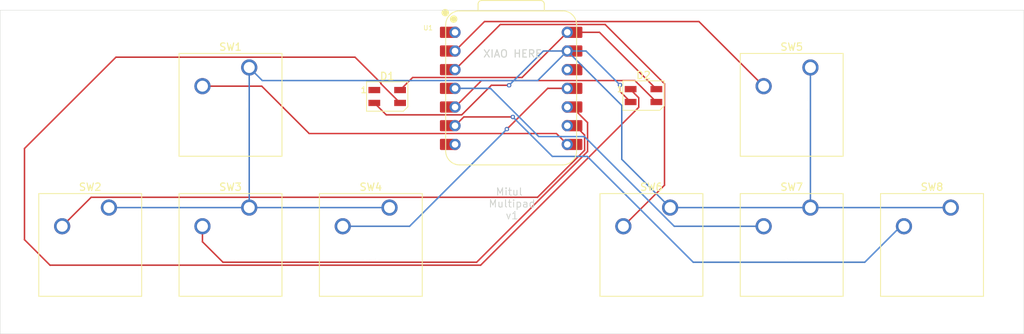
<source format=kicad_pcb>
(kicad_pcb (version 20241229) (generator "pcbnew") (generator_version "9.0")
  (layers (0 "F.Cu" signal) (2 "B.Cu" signal) (13 "F.Paste" user) (15 "B.Paste" user) (5 "F.SilkS" user "F.Silkscreen") (7 "B.SilkS" user "B.Silkscreen") (1 "F.Mask" user) (3 "B.Mask" user) (25 "Edge.Cuts" user))
  (net 0 "")
  (net 1 "GND")
  (net 2 "Net-(D1-DIN)")
  (net 3 "+5V")
  (net 5 "Net-(D2-DIN)")
  (net 6 "Net-(U1-GPIO1{slash}RX)")
  (net 7 "Net-(U1-GPIO2{slash}SCK)")
  (net 8 "Net-(U1-GPIO4{slash}MISO)")
  (net 9 "Net-(U1-GPIO3{slash}MOSI)")
  (net 10 "Net-(U1-GPIO27{slash}ADC1{slash}A1)")
  (net 11 "Net-(U1-GPIO28{slash}ADC2{slash}A2)")
  (net 12 "Net-(U1-GPIO29{slash}ADC3{slash}A3)")
  (net 13 "Net-(U1-GPIO7{slash}SCL)")
  (footprint "Button_Switch_Keyboard:SW_Cherry_MX_1.00u_PCB" (layer "F.Cu") (at 183.515 75.8825)
    (property "Reference" "SW5" (at -2.54 -2.794 0) (layer "F.SilkS"))
    (property "Value" "SW_Push")
    (fp_line (start -9.525 -1.905) (end 4.445 -1.905) (stroke (width 0.12)) (layer "F.SilkS"))
    (fp_line (start -9.525 12.065) (end -9.525 -1.905) (stroke (width 0.12)) (layer "F.SilkS"))
    (fp_line (start 4.445 -1.905) (end 4.445 12.065) (stroke (width 0.12)) (layer "F.SilkS"))
    (fp_line (start 4.445 12.065) (end -9.525 12.065) (stroke (width 0.12)) (layer "F.SilkS"))
    (pad "" np_thru_hole circle (at -7.62 5.08) (size 1.7 1.7) (drill 1.7) (layers "*.Cu" "*.Mask"))
    (pad "" np_thru_hole circle (at -2.54 5.08) (size 4 4) (drill 4) (layers "*.Cu" "*.Mask"))
    (pad "" np_thru_hole circle (at 2.54 5.08) (size 1.7 1.7) (drill 1.7) (layers "*.Cu" "*.Mask"))
    (pad "1" thru_hole circle (at 0 0) (size 2.2 2.2) (drill 1.5) (layers "*.Cu" "*.Mask") (net 1 "GND"))
    (pad "2" thru_hole circle (at -6.35 2.54) (size 2.2 2.2) (drill 1.5) (layers "*.Cu" "*.Mask") (net 10 "Net-(U1-GPIO27{slash}ADC1{slash}A1)"))
  )
  (footprint "Button_Switch_Keyboard:SW_Cherry_MX_1.00u_PCB" (layer "F.Cu") (at 107.315 75.8825)
    (property "Reference" "SW1" (at -2.54 -2.794 0) (layer "F.SilkS"))
    (property "Value" "SW_Push")
    (fp_line (start -9.525 -1.905) (end 4.445 -1.905) (stroke (width 0.12)) (layer "F.SilkS"))
    (fp_line (start -9.525 12.065) (end -9.525 -1.905) (stroke (width 0.12)) (layer "F.SilkS"))
    (fp_line (start 4.445 -1.905) (end 4.445 12.065) (stroke (width 0.12)) (layer "F.SilkS"))
    (fp_line (start 4.445 12.065) (end -9.525 12.065) (stroke (width 0.12)) (layer "F.SilkS"))
    (pad "" np_thru_hole circle (at -7.62 5.08) (size 1.7 1.7) (drill 1.7) (layers "*.Cu" "*.Mask"))
    (pad "" np_thru_hole circle (at -2.54 5.08) (size 4 4) (drill 4) (layers "*.Cu" "*.Mask"))
    (pad "" np_thru_hole circle (at 2.54 5.08) (size 1.7 1.7) (drill 1.7) (layers "*.Cu" "*.Mask"))
    (pad "1" thru_hole circle (at 0 0) (size 2.2 2.2) (drill 1.5) (layers "*.Cu" "*.Mask") (net 1 "GND"))
    (pad "2" thru_hole circle (at -6.35 2.54) (size 2.2 2.2) (drill 1.5) (layers "*.Cu" "*.Mask") (net 6 "Net-(U1-GPIO1{slash}RX)"))
  )
  (footprint "Button_Switch_Keyboard:SW_Cherry_MX_1.00u_PCB" (layer "F.Cu") (at 164.465 94.9325)
    (property "Reference" "SW6" (at -2.54 -2.794 0) (layer "F.SilkS"))
    (property "Value" "SW_Push")
    (fp_line (start -9.525 -1.905) (end 4.445 -1.905) (stroke (width 0.12)) (layer "F.SilkS"))
    (fp_line (start -9.525 12.065) (end -9.525 -1.905) (stroke (width 0.12)) (layer "F.SilkS"))
    (fp_line (start 4.445 -1.905) (end 4.445 12.065) (stroke (width 0.12)) (layer "F.SilkS"))
    (fp_line (start 4.445 12.065) (end -9.525 12.065) (stroke (width 0.12)) (layer "F.SilkS"))
    (pad "" np_thru_hole circle (at -7.62 5.08) (size 1.7 1.7) (drill 1.7) (layers "*.Cu" "*.Mask"))
    (pad "" np_thru_hole circle (at -2.54 5.08) (size 4 4) (drill 4) (layers "*.Cu" "*.Mask"))
    (pad "" np_thru_hole circle (at 2.54 5.08) (size 1.7 1.7) (drill 1.7) (layers "*.Cu" "*.Mask"))
    (pad "1" thru_hole circle (at 0 0) (size 2.2 2.2) (drill 1.5) (layers "*.Cu" "*.Mask") (net 1 "GND"))
    (pad "2" thru_hole circle (at -6.35 2.54) (size 2.2 2.2) (drill 1.5) (layers "*.Cu" "*.Mask") (net 11 "Net-(U1-GPIO28{slash}ADC2{slash}A2)"))
  )
  (footprint "Button_Switch_Keyboard:SW_Cherry_MX_1.00u_PCB" (layer "F.Cu") (at 107.315 94.9325)
    (property "Reference" "SW3" (at -2.54 -2.794 0) (layer "F.SilkS"))
    (property "Value" "SW_Push")
    (fp_line (start -9.525 -1.905) (end 4.445 -1.905) (stroke (width 0.12)) (layer "F.SilkS"))
    (fp_line (start -9.525 12.065) (end -9.525 -1.905) (stroke (width 0.12)) (layer "F.SilkS"))
    (fp_line (start 4.445 -1.905) (end 4.445 12.065) (stroke (width 0.12)) (layer "F.SilkS"))
    (fp_line (start 4.445 12.065) (end -9.525 12.065) (stroke (width 0.12)) (layer "F.SilkS"))
    (pad "" np_thru_hole circle (at -7.62 5.08) (size 1.7 1.7) (drill 1.7) (layers "*.Cu" "*.Mask"))
    (pad "" np_thru_hole circle (at -2.54 5.08) (size 4 4) (drill 4) (layers "*.Cu" "*.Mask"))
    (pad "" np_thru_hole circle (at 2.54 5.08) (size 1.7 1.7) (drill 1.7) (layers "*.Cu" "*.Mask"))
    (pad "1" thru_hole circle (at 0 0) (size 2.2 2.2) (drill 1.5) (layers "*.Cu" "*.Mask") (net 1 "GND"))
    (pad "2" thru_hole circle (at -6.35 2.54) (size 2.2 2.2) (drill 1.5) (layers "*.Cu" "*.Mask") (net 8 "Net-(U1-GPIO4{slash}MISO)"))
  )
  (footprint "Button_Switch_Keyboard:SW_Cherry_MX_1.00u_PCB" (layer "F.Cu") (at 88.265 94.9325)
    (property "Reference" "SW2" (at -2.54 -2.794 0) (layer "F.SilkS"))
    (property "Value" "SW_Push")
    (fp_line (start -9.525 -1.905) (end 4.445 -1.905) (stroke (width 0.12)) (layer "F.SilkS"))
    (fp_line (start -9.525 12.065) (end -9.525 -1.905) (stroke (width 0.12)) (layer "F.SilkS"))
    (fp_line (start 4.445 -1.905) (end 4.445 12.065) (stroke (width 0.12)) (layer "F.SilkS"))
    (fp_line (start 4.445 12.065) (end -9.525 12.065) (stroke (width 0.12)) (layer "F.SilkS"))
    (pad "" np_thru_hole circle (at -7.62 5.08) (size 1.7 1.7) (drill 1.7) (layers "*.Cu" "*.Mask"))
    (pad "" np_thru_hole circle (at -2.54 5.08) (size 4 4) (drill 4) (layers "*.Cu" "*.Mask"))
    (pad "" np_thru_hole circle (at 2.54 5.08) (size 1.7 1.7) (drill 1.7) (layers "*.Cu" "*.Mask"))
    (pad "1" thru_hole circle (at 0 0) (size 2.2 2.2) (drill 1.5) (layers "*.Cu" "*.Mask") (net 1 "GND"))
    (pad "2" thru_hole circle (at -6.35 2.54) (size 2.2 2.2) (drill 1.5) (layers "*.Cu" "*.Mask") (net 7 "Net-(U1-GPIO2{slash}SCK)"))
  )
  (footprint "Button_Switch_Keyboard:SW_Cherry_MX_1.00u_PCB" (layer "F.Cu") (at 202.565 94.9325)
    (property "Reference" "SW8" (at -2.54 -2.794 0) (layer "F.SilkS"))
    (property "Value" "SW_Push")
    (fp_line (start -9.525 -1.905) (end 4.445 -1.905) (stroke (width 0.12)) (layer "F.SilkS"))
    (fp_line (start -9.525 12.065) (end -9.525 -1.905) (stroke (width 0.12)) (layer "F.SilkS"))
    (fp_line (start 4.445 -1.905) (end 4.445 12.065) (stroke (width 0.12)) (layer "F.SilkS"))
    (fp_line (start 4.445 12.065) (end -9.525 12.065) (stroke (width 0.12)) (layer "F.SilkS"))
    (pad "" np_thru_hole circle (at -7.62 5.08) (size 1.7 1.7) (drill 1.7) (layers "*.Cu" "*.Mask"))
    (pad "" np_thru_hole circle (at -2.54 5.08) (size 4 4) (drill 4) (layers "*.Cu" "*.Mask"))
    (pad "" np_thru_hole circle (at 2.54 5.08) (size 1.7 1.7) (drill 1.7) (layers "*.Cu" "*.Mask"))
    (pad "1" thru_hole circle (at 0 0) (size 2.2 2.2) (drill 1.5) (layers "*.Cu" "*.Mask") (net 1 "GND"))
    (pad "2" thru_hole circle (at -6.35 2.54) (size 2.2 2.2) (drill 1.5) (layers "*.Cu" "*.Mask") (net 13 "Net-(U1-GPIO7{slash}SCL)"))
  )
  (footprint "Button_Switch_Keyboard:SW_Cherry_MX_1.00u_PCB" (layer "F.Cu") (at 126.365 94.9325)
    (property "Reference" "SW4" (at -2.54 -2.794 0) (layer "F.SilkS"))
    (property "Value" "SW_Push")
    (fp_line (start -9.525 -1.905) (end 4.445 -1.905) (stroke (width 0.12)) (layer "F.SilkS"))
    (fp_line (start -9.525 12.065) (end -9.525 -1.905) (stroke (width 0.12)) (layer "F.SilkS"))
    (fp_line (start 4.445 -1.905) (end 4.445 12.065) (stroke (width 0.12)) (layer "F.SilkS"))
    (fp_line (start 4.445 12.065) (end -9.525 12.065) (stroke (width 0.12)) (layer "F.SilkS"))
    (pad "" np_thru_hole circle (at -7.62 5.08) (size 1.7 1.7) (drill 1.7) (layers "*.Cu" "*.Mask"))
    (pad "" np_thru_hole circle (at -2.54 5.08) (size 4 4) (drill 4) (layers "*.Cu" "*.Mask"))
    (pad "" np_thru_hole circle (at 2.54 5.08) (size 1.7 1.7) (drill 1.7) (layers "*.Cu" "*.Mask"))
    (pad "1" thru_hole circle (at 0 0) (size 2.2 2.2) (drill 1.5) (layers "*.Cu" "*.Mask") (net 1 "GND"))
    (pad "2" thru_hole circle (at -6.35 2.54) (size 2.2 2.2) (drill 1.5) (layers "*.Cu" "*.Mask") (net 9 "Net-(U1-GPIO3{slash}MOSI)"))
  )
  (footprint "Button_Switch_Keyboard:SW_Cherry_MX_1.00u_PCB" (layer "F.Cu") (at 183.515 94.9325)
    (property "Reference" "SW7" (at -2.54 -2.794 0) (layer "F.SilkS"))
    (property "Value" "SW_Push")
    (fp_line (start -9.525 -1.905) (end 4.445 -1.905) (stroke (width 0.12)) (layer "F.SilkS"))
    (fp_line (start -9.525 12.065) (end -9.525 -1.905) (stroke (width 0.12)) (layer "F.SilkS"))
    (fp_line (start 4.445 -1.905) (end 4.445 12.065) (stroke (width 0.12)) (layer "F.SilkS"))
    (fp_line (start 4.445 12.065) (end -9.525 12.065) (stroke (width 0.12)) (layer "F.SilkS"))
    (pad "" np_thru_hole circle (at -7.62 5.08) (size 1.7 1.7) (drill 1.7) (layers "*.Cu" "*.Mask"))
    (pad "" np_thru_hole circle (at -2.54 5.08) (size 4 4) (drill 4) (layers "*.Cu" "*.Mask"))
    (pad "" np_thru_hole circle (at 2.54 5.08) (size 1.7 1.7) (drill 1.7) (layers "*.Cu" "*.Mask"))
    (pad "1" thru_hole circle (at 0 0) (size 2.2 2.2) (drill 1.5) (layers "*.Cu" "*.Mask") (net 1 "GND"))
    (pad "2" thru_hole circle (at -6.35 2.54) (size 2.2 2.2) (drill 1.5) (layers "*.Cu" "*.Mask") (net 12 "Net-(U1-GPIO29{slash}ADC3{slash}A3)"))
  )
  (footprint "LED_SMD:LED_SK6812MINI_PLCC4_3.5x3.5mm_P1.75mm" (layer "F.Cu") (at 160.85 79.7)
    (property "Reference" "D2" (at 0 -2.75 0) (layer "F.SilkS"))
    (property "Value" "SK6812MINI")
    (fp_line (start -2.8 -2) (end -2.8 2) (stroke (width 0.12)) (layer "F.SilkS"))
    (fp_line (start -2.8 -2) (end 2.8 -2) (stroke (width 0.12)) (layer "F.SilkS"))
    (fp_line (start -2.8 2) (end 2.2 2) (stroke (width 0.12)) (layer "F.SilkS"))
    (fp_line (start 2.8 1.4) (end 2.2 2) (stroke (width 0.12)) (layer "F.SilkS"))
    (fp_line (start 2.8 1.4) (end 2.8 -2) (stroke (width 0.12)) (layer "F.SilkS"))
    (fp_text user "1" (at -3.2 -0.875 0) (layer "F.SilkS") (effects (font (size 0.8 0.8))))
    (pad "1" smd rect (at -1.75 -0.875) (size 1.6 0.85) (layers "F.Cu" "F.Mask" "F.Paste") (net 2 "Net-(D1-DIN)"))
    (pad "2" smd rect (at -1.75 0.875) (size 1.6 0.85) (layers "F.Cu" "F.Mask" "F.Paste") (net 1 "GND"))
    (pad "3" smd rect (at 1.75 0.875) (size 1.6 0.85) (layers "F.Cu" "F.Mask" "F.Paste") (net 5 "Net-(D2-DIN)"))
    (pad "4" smd rect (at 1.75 -0.875) (size 1.6 0.85) (layers "F.Cu" "F.Mask" "F.Paste") (net 3 "+5V"))
  )
  (footprint "OPL:XIAO-RP2040-DIP" (layer "F.Cu") (at 142.88 78.72)
    (property "Reference" "U1" (at -11.28 -8.22 0) (layer "F.SilkS") (effects (font (size 0.635 0.635) (thickness 0.1016))))
    (property "Value" "XIAO-RP2040-DIP")
    (fp_line (start -8.89 8.509) (end -8.89 -8.636) (stroke (width 0.127)) (layer "F.SilkS"))
    (fp_line (start -6.985 10.414) (end 6.985 10.414) (stroke (width 0.127)) (layer "F.SilkS"))
    (fp_line (start -4.495 -10.541) (end -4.491272 -11.451272) (stroke (width 0.127)) (layer "F.SilkS"))
    (fp_line (start -3.991272 -11.951) (end 4.004 -11.951) (stroke (width 0.127)) (layer "F.SilkS"))
    (fp_line (start 4.504 -11.451) (end 4.504 -10.541) (stroke (width 0.127)) (layer "F.SilkS"))
    (fp_line (start 6.985 -10.541) (end -6.985 -10.541) (stroke (width 0.1)) (layer "F.SilkS"))
    (fp_line (start 6.985 -10.541) (end -6.985 -10.541) (stroke (width 0.127)) (layer "F.SilkS"))
    (fp_line (start 8.89 8.509) (end 8.89 -8.636) (stroke (width 0.127)) (layer "F.SilkS"))
    (fp_arc (start -8.89 -8.636) (mid -8.332038 -9.983038) (end -6.985 -10.541) (stroke (width 0.127)) (layer "F.SilkS"))
    (fp_arc (start -6.985 10.414) (mid -8.332038 9.856038) (end -8.89 8.509) (stroke (width 0.127)) (layer "F.SilkS"))
    (fp_arc (start -4.491272 -11.451272) (mid -4.344728 -11.80464) (end -3.991272 -11.951) (stroke (width 0.127)) (layer "F.SilkS"))
    (fp_arc (start 4.004 -11.951) (mid 4.357553 -11.804553) (end 4.504 -11.451) (stroke (width 0.127)) (layer "F.SilkS"))
    (fp_arc (start 6.985 -10.541) (mid 8.332038 -9.983038) (end 8.89 -8.636) (stroke (width 0.127)) (layer "F.SilkS"))
    (fp_arc (start 8.89 8.509) (mid 8.332038 9.856038) (end 6.985 10.414) (stroke (width 0.127)) (layer "F.SilkS"))
    (fp_circle (center -8.95 -10.3) (end -8.95 -10.554) (stroke (width 0.5)) (fill yes) (layer "F.SilkS"))
    (fp_circle (center -7.807 -9.42) (end -7.807 -9.674) (stroke (width 0.5)) (fill yes) (layer "F.SilkS"))
    (pad "1" smd roundrect (at -8.455 -7.62 180) (size 2.432 1.524) (layers "F.Cu" "F.Mask") (roundrect_rratio 0.1))
    (pad "1" thru_hole circle (at -7.62 -7.62 180) (size 1.524 1.524) (drill 0.889) (layers "*.Cu" "*.Mask"))
    (pad "2" smd roundrect (at -8.455 -5.08 180) (size 2.432 1.524) (layers "F.Cu" "F.Mask") (roundrect_rratio 0.1) (net 10 "Net-(U1-GPIO27{slash}ADC1{slash}A1)"))
    (pad "2" thru_hole circle (at -7.62 -5.08 180) (size 1.524 1.524) (drill 0.889) (layers "*.Cu" "*.Mask") (net 10 "Net-(U1-GPIO27{slash}ADC1{slash}A1)"))
    (pad "3" smd roundrect (at -8.455 -2.54 180) (size 2.432 1.524) (layers "F.Cu" "F.Mask") (roundrect_rratio 0.1) (net 11 "Net-(U1-GPIO28{slash}ADC2{slash}A2)"))
    (pad "3" thru_hole circle (at -7.62 -2.54 180) (size 1.524 1.524) (drill 0.889) (layers "*.Cu" "*.Mask") (net 11 "Net-(U1-GPIO28{slash}ADC2{slash}A2)"))
    (pad "4" smd roundrect (at -8.455 0 180) (size 2.432 1.524) (layers "F.Cu" "F.Mask") (roundrect_rratio 0.1) (net 12 "Net-(U1-GPIO29{slash}ADC3{slash}A3)"))
    (pad "4" thru_hole circle (at -7.62 0 180) (size 1.524 1.524) (drill 0.889) (layers "*.Cu" "*.Mask") (net 12 "Net-(U1-GPIO29{slash}ADC3{slash}A3)"))
    (pad "5" smd roundrect (at -8.455 2.54 180) (size 2.432 1.524) (layers "F.Cu" "F.Mask") (roundrect_rratio 0.1) (net 5 "Net-(D2-DIN)"))
    (pad "5" thru_hole circle (at -7.62 2.54 180) (size 1.524 1.524) (drill 0.889) (layers "*.Cu" "*.Mask") (net 5 "Net-(D2-DIN)"))
    (pad "6" smd roundrect (at -8.455 5.08 180) (size 2.432 1.524) (layers "F.Cu" "F.Mask") (roundrect_rratio 0.1) (net 13 "Net-(U1-GPIO7{slash}SCL)"))
    (pad "6" thru_hole circle (at -7.62 5.08 180) (size 1.524 1.524) (drill 0.889) (layers "*.Cu" "*.Mask") (net 13 "Net-(U1-GPIO7{slash}SCL)"))
    (pad "7" smd roundrect (at -8.455 7.62 180) (size 2.432 1.524) (layers "F.Cu" "F.Mask") (roundrect_rratio 0.1))
    (pad "7" thru_hole circle (at -7.62 7.62 180) (size 1.524 1.524) (drill 0.889) (layers "*.Cu" "*.Mask"))
    (pad "8" thru_hole circle (at 7.62 7.62) (size 1.524 1.524) (drill 0.889) (layers "*.Cu" "*.Mask") (net 6 "Net-(U1-GPIO1{slash}RX)"))
    (pad "8" smd roundrect (at 8.455 7.62) (size 2.432 1.524) (layers "F.Cu" "F.Mask") (roundrect_rratio 0.1) (net 6 "Net-(U1-GPIO1{slash}RX)"))
    (pad "9" thru_hole circle (at 7.62 5.08) (size 1.524 1.524) (drill 0.889) (layers "*.Cu" "*.Mask") (net 7 "Net-(U1-GPIO2{slash}SCK)"))
    (pad "9" smd roundrect (at 8.455 5.08) (size 2.432 1.524) (layers "F.Cu" "F.Mask") (roundrect_rratio 0.1) (net 7 "Net-(U1-GPIO2{slash}SCK)"))
    (pad "10" thru_hole circle (at 7.62 2.54) (size 1.524 1.524) (drill 0.889) (layers "*.Cu" "*.Mask") (net 8 "Net-(U1-GPIO4{slash}MISO)"))
    (pad "10" smd roundrect (at 8.455 2.54) (size 2.432 1.524) (layers "F.Cu" "F.Mask") (roundrect_rratio 0.1) (net 8 "Net-(U1-GPIO4{slash}MISO)"))
    (pad "11" thru_hole circle (at 7.62 0) (size 1.524 1.524) (drill 0.889) (layers "*.Cu" "*.Mask") (net 9 "Net-(U1-GPIO3{slash}MOSI)"))
    (pad "11" smd roundrect (at 8.455 0) (size 2.432 1.524) (layers "F.Cu" "F.Mask") (roundrect_rratio 0.1) (net 9 "Net-(U1-GPIO3{slash}MOSI)"))
    (pad "12" thru_hole circle (at 7.62 -2.54) (size 1.524 1.524) (drill 0.889) (layers "*.Cu" "*.Mask"))
    (pad "12" smd roundrect (at 8.455 -2.54) (size 2.432 1.524) (layers "F.Cu" "F.Mask") (roundrect_rratio 0.1))
    (pad "13" thru_hole circle (at 7.62 -5.08) (size 1.524 1.524) (drill 0.889) (layers "*.Cu" "*.Mask") (net 1 "GND"))
    (pad "13" smd roundrect (at 8.455 -5.08) (size 2.432 1.524) (layers "F.Cu" "F.Mask") (roundrect_rratio 0.1) (net 1 "GND"))
    (pad "14" thru_hole circle (at 7.62 -7.62) (size 1.524 1.524) (drill 0.889) (layers "*.Cu" "*.Mask") (net 3 "+5V"))
    (pad "14" smd roundrect (at 8.455 -7.62) (size 2.432 1.524) (layers "F.Cu" "F.Mask") (roundrect_rratio 0.1) (net 3 "+5V"))
  )
  (footprint "LED_SMD:LED_SK6812MINI_PLCC4_3.5x3.5mm_P1.75mm" (layer "F.Cu") (at 126.05 79.825)
    (property "Reference" "D1" (at 0 -2.75 0) (layer "F.SilkS"))
    (property "Value" "SK6812MINI")
    (fp_line (start -2.8 -2) (end -2.8 2) (stroke (width 0.12)) (layer "F.SilkS"))
    (fp_line (start -2.8 -2) (end 2.8 -2) (stroke (width 0.12)) (layer "F.SilkS"))
    (fp_line (start -2.8 2) (end 2.2 2) (stroke (width 0.12)) (layer "F.SilkS"))
    (fp_line (start 2.8 1.4) (end 2.2 2) (stroke (width 0.12)) (layer "F.SilkS"))
    (fp_line (start 2.8 1.4) (end 2.8 -2) (stroke (width 0.12)) (layer "F.SilkS"))
    (fp_text user "1" (at -3.2 -0.875 0) (layer "F.SilkS") (effects (font (size 0.8 0.8))))
    (pad "1" smd rect (at -1.75 -0.875) (size 1.6 0.85) (layers "F.Cu" "F.Mask" "F.Paste"))
    (pad "2" smd rect (at -1.75 0.875) (size 1.6 0.85) (layers "F.Cu" "F.Mask" "F.Paste") (net 1 "GND"))
    (pad "3" smd rect (at 1.75 0.875) (size 1.6 0.85) (layers "F.Cu" "F.Mask" "F.Paste") (net 2 "Net-(D1-DIN)"))
    (pad "4" smd rect (at 1.75 -0.875) (size 1.6 0.85) (layers "F.Cu" "F.Mask" "F.Paste") (net 3 "+5V"))
  )
  (gr_rect (start 73.5 68.1) (end 212.5 112.1) (stroke (width 0.05)) (fill no) (layer "Edge.Cuts"))
  (gr_text "Mitul \nMultipad\nv1" (at 143 96.6 0) (layer "Edge.Cuts") (effects (font (size 1 1) (thickness 0.125)) (justify bottom)))
  (gr_text "XIAO HERE" (at 139 74.6 0) (layer "Edge.Cuts") (effects (font (size 1 1)) (justify left bottom)))
  (segment (start 124.3 80.7) (end 125.923 82.323) (width 0.2) (layer "F.Cu") (net 1))
  (segment (start 142.6 78.3) (end 142.5 78.3) (width 0.2) (layer "F.Cu") (net 1))
  (segment (start 125.923 82.323) (end 136.1699 82.323) (width 0.2) (layer "F.Cu") (net 1))
  (segment (start 140.1929 78.3) (end 142.6 78.3) (width 0.2) (layer "F.Cu") (net 1))
  (segment (start 136.1699 82.323) (end 140.1929 78.3) (width 0.2) (layer "F.Cu") (net 1))
  (segment (start 157.658 79.133) (end 157.658 78.257) (width 0.2) (layer "F.Cu") (net 1))
  (segment (start 159.1 80.575) (end 157.658 79.133) (width 0.2) (layer "F.Cu") (net 1))
  (via (at 142.6 78.3) (size 0.6) (drill 0.3) (layers "F.Cu" "B.Cu") (net 1))
  (via (at 157.658 78.257) (size 0.6) (drill 0.3) (layers "F.Cu" "B.Cu") (net 1))
  (segment (start 147.26 73.64) (end 150.5 73.64) (width 0.2) (layer "B.Cu") (net 1))
  (segment (start 107.315 94.9325) (end 88.265 94.9325) (width 0.2) (layer "B.Cu") (net 1))
  (segment (start 183.515 94.9325) (end 202.565 94.9325) (width 0.2) (layer "B.Cu") (net 1))
  (segment (start 109.0895 77.657) (end 107.315 75.8825) (width 0.2) (layer "B.Cu") (net 1))
  (segment (start 107.315 75.8825) (end 107.315 94.9325) (width 0.2) (layer "B.Cu") (net 1))
  (segment (start 150.5 73.64) (end 157.9 81.04) (width 0.2) (layer "B.Cu") (net 1))
  (segment (start 142.6 78.3) (end 147.26 73.64) (width 0.2) (layer "B.Cu") (net 1))
  (segment (start 183.515 94.9325) (end 183.515 75.8825) (width 0.2) (layer "B.Cu") (net 1))
  (segment (start 157.9 88.3675) (end 164.465 94.9325) (width 0.2) (layer "B.Cu") (net 1))
  (segment (start 150.5 73.64) (end 146.483 77.657) (width 0.2) (layer "B.Cu") (net 1))
  (segment (start 164.465 94.9325) (end 183.515 94.9325) (width 0.2) (layer "B.Cu") (net 1))
  (segment (start 153.041 73.64) (end 150.5 73.64) (width 0.2) (layer "B.Cu") (net 1))
  (segment (start 146.483 77.657) (end 109.0895 77.657) (width 0.2) (layer "B.Cu") (net 1))
  (segment (start 157.658 78.257) (end 153.041 73.64) (width 0.2) (layer "B.Cu") (net 1))
  (segment (start 157.9 81.04) (end 157.9 88.3675) (width 0.2) (layer "B.Cu") (net 1))
  (segment (start 107.315 94.9325) (end 126.365 94.9325) (width 0.2) (layer "B.Cu") (net 1))
  (segment (start 159.1 78.825) (end 159.025 78.825) (width 0.2) (layer "F.Cu") (net 2))
  (segment (start 125.2 78) (end 125.2 78.1) (width 0.2) (layer "F.Cu") (net 2))
  (segment (start 76.8 99.3) (end 76.8 86.9) (width 0.2) (layer "F.Cu") (net 2))
  (segment (start 160.201 80.001) (end 160.201 81.301) (width 0.2) (layer "F.Cu") (net 2))
  (segment (start 80.2645 102.7645) (end 76.8 99.3) (width 0.2) (layer "F.Cu") (net 2))
  (segment (start 121.6815 74.4815) (end 125.2 78) (width 0.2) (layer "F.Cu") (net 2))
  (segment (start 159.025 78.825) (end 160.201 80.001) (width 0.2) (layer "F.Cu") (net 2))
  (segment (start 89.2185 74.4815) (end 121.6815 74.4815) (width 0.2) (layer "F.Cu") (net 2))
  (segment (start 125.2 78.1) (end 127.8 80.7) (width 0.2) (layer "F.Cu") (net 2))
  (segment (start 138.7375 102.7645) (end 80.2645 102.7645) (width 0.2) (layer "F.Cu") (net 2))
  (segment (start 76.8 86.9) (end 89.2185 74.4815) (width 0.2) (layer "F.Cu") (net 2))
  (segment (start 160.201 81.301) (end 138.7375 102.7645) (width 0.2) (layer "F.Cu") (net 2))
  (segment (start 144.357 77.243) (end 129.507 77.243) (width 0.2) (layer "F.Cu") (net 3))
  (segment (start 150.5 71.1) (end 144.357 77.243) (width 0.2) (layer "F.Cu") (net 3))
  (segment (start 150.5 71.1) (end 154.875 71.1) (width 0.2) (layer "F.Cu") (net 3))
  (segment (start 129.507 77.243) (end 127.8 78.95) (width 0.2) (layer "F.Cu") (net 3))
  (segment (start 154.875 71.1) (end 162.6 78.825) (width 0.2) (layer "F.Cu") (net 3))
  (segment (start 138.863 77.657) (end 159.682 77.657) (width 0.2) (layer "F.Cu") (net 5))
  (segment (start 135.26 81.26) (end 134.18237 81.26) (width 0.2) (layer "F.Cu") (net 5))
  (segment (start 135.26 81.26) (end 134.646374 81.26) (width 0.2) (layer "F.Cu") (net 5))
  (segment (start 135.26 81.26) (end 138.863 77.657) (width 0.2) (layer "F.Cu") (net 5))
  (segment (start 159.682 77.657) (end 162.6 80.575) (width 0.2) (layer "F.Cu") (net 5))
  (segment (start 115.45397 84.863) (end 109.01347 78.4225) (width 0.2) (layer "F.Cu") (net 6))
  (segment (start 149.023 84.863) (end 115.45397 84.863) (width 0.2) (layer "F.Cu") (net 6))
  (segment (start 150.5 86.34) (end 149.023 84.863) (width 0.2) (layer "F.Cu") (net 6))
  (segment (start 109.01347 78.4225) (end 100.965 78.4225) (width 0.2) (layer "F.Cu") (net 6))
  (segment (start 152.852 87.141626) (end 146.462126 93.5315) (width 0.2) (layer "F.Cu") (net 7))
  (segment (start 85.856 93.5315) (end 81.915 97.4725) (width 0.2) (layer "F.Cu") (net 7))
  (segment (start 150.5 83.8) (end 151.57763 83.8) (width 0.2) (layer "F.Cu") (net 7))
  (segment (start 146.462126 93.5315) (end 85.856 93.5315) (width 0.2) (layer "F.Cu") (net 7))
  (segment (start 151.57763 83.8) (end 152.852 85.07437) (width 0.2) (layer "F.Cu") (net 7))
  (segment (start 152.852 85.07437) (end 152.852 87.141626) (width 0.2) (layer "F.Cu") (net 7))
  (segment (start 153.253 83.373) (end 153.253 87.307726) (width 0.2) (layer "F.Cu") (net 8))
  (segment (start 138.197226 102.3635) (end 103.74447 102.3635) (width 0.2) (layer "F.Cu") (net 8))
  (segment (start 153.253 87.307726) (end 138.197226 102.3635) (width 0.2) (layer "F.Cu") (net 8))
  (segment (start 103.74447 102.3635) (end 100.965 99.58403) (width 0.2) (layer "F.Cu") (net 8))
  (segment (start 150.5 81.26) (end 151.57763 81.26) (width 0.2) (layer "F.Cu") (net 8))
  (segment (start 100.965 99.58403) (end 100.965 97.4725) (width 0.2) (layer "F.Cu") (net 8))
  (segment (start 151.14 81.26) (end 153.253 83.373) (width 0.2) (layer "F.Cu") (net 8))
  (segment (start 150.5 81.26) (end 151.14 81.26) (width 0.2) (layer "F.Cu") (net 8))
  (segment (start 147.843 78.72) (end 142.3 84.263) (width 0.2) (layer "F.Cu") (net 9))
  (segment (start 150.5 78.72) (end 147.843 78.72) (width 0.2) (layer "F.Cu") (net 9))
  (via (at 142.3 84.263) (size 0.6) (drill 0.3) (layers "F.Cu" "B.Cu") (net 9))
  (segment (start 129.0905 97.4725) (end 120.015 97.4725) (width 0.2) (layer "B.Cu") (net 9))
  (segment (start 142.3 84.263) (end 129.0905 97.4725) (width 0.2) (layer "B.Cu") (net 9))
  (segment (start 135.26 73.64) (end 139.264 69.636) (width 0.2) (layer "F.Cu") (net 10))
  (segment (start 139.264 69.636) (end 168.3785 69.636) (width 0.2) (layer "F.Cu") (net 10))
  (segment (start 168.3785 69.636) (end 177.165 78.4225) (width 0.2) (layer "F.Cu") (net 10))
  (segment (start 163.701 91.8865) (end 158.115 97.4725) (width 0.2) (layer "F.Cu") (net 11))
  (segment (start 155.639 70.037) (end 163.701 78.099) (width 0.2) (layer "F.Cu") (net 11))
  (segment (start 141.403 70.037) (end 155.639 70.037) (width 0.2) (layer "F.Cu") (net 11))
  (segment (start 163.701 78.099) (end 163.701 91.8865) (width 0.2) (layer "F.Cu") (net 11))
  (segment (start 135.26 76.18) (end 141.403 70.037) (width 0.2) (layer "F.Cu") (net 11))
  (segment (start 135.26 78.72) (end 134.18237 78.72) (width 0.2) (layer "F.Cu") (net 12))
  (segment (start 135.26 78.72) (end 140.069943 78.72) (width 0.2) (layer "B.Cu") (net 12))
  (segment (start 165.023686 97.4725) (end 177.165 97.4725) (width 0.2) (layer "B.Cu") (net 12))
  (segment (start 140.069943 78.72) (end 146.626943 85.277) (width 0.2) (layer "B.Cu") (net 12))
  (segment (start 146.626943 85.277) (end 152.828186 85.277) (width 0.2) (layer "B.Cu") (net 12))
  (segment (start 152.828186 85.277) (end 165.023686 97.4725) (width 0.2) (layer "B.Cu") (net 12))
  (segment (start 135.26 83.8) (end 136.452765 82.607235) (width 0.2) (layer "F.Cu") (net 13))
  (segment (start 195.78653 97.4725) (end 196.215 97.4725) (width 0.2) (layer "F.Cu") (net 13))
  (segment (start 136.452765 82.607235) (end 143.107235 82.607235) (width 0.2) (layer "F.Cu") (net 13))
  (via (at 143.107235 82.607235) (size 0.6) (drill 0.3) (layers "F.Cu" "B.Cu") (net 13))
  (segment (start 143.107235 82.607235) (end 148.473205 87.973205) (width 0.2) (layer "B.Cu") (net 13))
  (segment (start 167.600816 102.3635) (end 190.89553 102.3635) (width 0.2) (layer "B.Cu") (net 13))
  (segment (start 148.473205 87.973205) (end 153.210521 87.973205) (width 0.2) (layer "B.Cu") (net 13))
  (segment (start 153.210521 87.973205) (end 167.600816 102.3635) (width 0.2) (layer "B.Cu") (net 13))
  (segment (start 190.89553 102.3635) (end 195.78653 97.4725) (width 0.2) (layer "B.Cu") (net 13))
  (segment (start 195.78653 97.4725) (end 196.215 97.4725) (width 0.2) (layer "B.Cu") (net 13))
)
</source>
